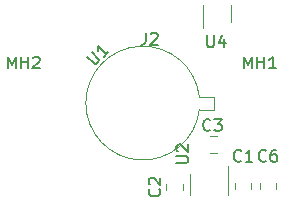
<source format=gbr>
G04 #@! TF.GenerationSoftware,KiCad,Pcbnew,(5.0.0)*
G04 #@! TF.CreationDate,2018-09-26T10:31:33+02:00*
G04 #@! TF.ProjectId,OpenThermalCamera,4F70656E546865726D616C43616D6572,rev?*
G04 #@! TF.SameCoordinates,Original*
G04 #@! TF.FileFunction,Legend,Top*
G04 #@! TF.FilePolarity,Positive*
%FSLAX46Y46*%
G04 Gerber Fmt 4.6, Leading zero omitted, Abs format (unit mm)*
G04 Created by KiCad (PCBNEW (5.0.0)) date 09/26/18 10:31:33*
%MOMM*%
%LPD*%
G01*
G04 APERTURE LIST*
%ADD10C,0.120000*%
%ADD11C,0.150000*%
G04 APERTURE END LIST*
D10*
G04 #@! TO.C,C6*
X51410000Y-43961252D02*
X51410000Y-43438748D01*
X49990000Y-43961252D02*
X49990000Y-43438748D01*
G04 #@! TO.C,C3*
X46361252Y-39490000D02*
X45838748Y-39490000D01*
X46361252Y-40910000D02*
X45838748Y-40910000D01*
G04 #@! TO.C,C2*
X43510000Y-44061252D02*
X43510000Y-43538748D01*
X42090000Y-44061252D02*
X42090000Y-43538748D01*
G04 #@! TO.C,C1*
X47890000Y-43961252D02*
X47890000Y-43438748D01*
X49310000Y-43961252D02*
X49310000Y-43438748D01*
G04 #@! TO.C,U2*
X44090000Y-42700000D02*
X44090000Y-44500000D01*
X47310000Y-44500000D02*
X47310000Y-42050000D01*
G04 #@! TO.C,U4*
X45240000Y-28400000D02*
X45240000Y-30300000D01*
X47560000Y-29800000D02*
X47560000Y-28400000D01*
G04 #@! TO.C,U1*
X44892466Y-37246052D02*
X46152466Y-37246051D01*
X46152466Y-37246051D02*
X46152466Y-36146052D01*
X46152466Y-36146052D02*
X44892466Y-36146051D01*
X44892508Y-36146415D02*
G75*
G03X44892466Y-37246052I-4788559J-549636D01*
G01*
G04 #@! TO.C,J2*
D11*
X40366666Y-30742380D02*
X40366666Y-31456666D01*
X40319047Y-31599523D01*
X40223809Y-31694761D01*
X40080952Y-31742380D01*
X39985714Y-31742380D01*
X40795238Y-30837619D02*
X40842857Y-30790000D01*
X40938095Y-30742380D01*
X41176190Y-30742380D01*
X41271428Y-30790000D01*
X41319047Y-30837619D01*
X41366666Y-30932857D01*
X41366666Y-31028095D01*
X41319047Y-31170952D01*
X40747619Y-31742380D01*
X41366666Y-31742380D01*
G04 #@! TO.C,MH1*
X48666666Y-33752380D02*
X48666666Y-32752380D01*
X49000000Y-33466666D01*
X49333333Y-32752380D01*
X49333333Y-33752380D01*
X49809523Y-33752380D02*
X49809523Y-32752380D01*
X49809523Y-33228571D02*
X50380952Y-33228571D01*
X50380952Y-33752380D02*
X50380952Y-32752380D01*
X51380952Y-33752380D02*
X50809523Y-33752380D01*
X51095238Y-33752380D02*
X51095238Y-32752380D01*
X51000000Y-32895238D01*
X50904761Y-32990476D01*
X50809523Y-33038095D01*
G04 #@! TO.C,MH2*
X28666666Y-33752380D02*
X28666666Y-32752380D01*
X29000000Y-33466666D01*
X29333333Y-32752380D01*
X29333333Y-33752380D01*
X29809523Y-33752380D02*
X29809523Y-32752380D01*
X29809523Y-33228571D02*
X30380952Y-33228571D01*
X30380952Y-33752380D02*
X30380952Y-32752380D01*
X30809523Y-32847619D02*
X30857142Y-32800000D01*
X30952380Y-32752380D01*
X31190476Y-32752380D01*
X31285714Y-32800000D01*
X31333333Y-32847619D01*
X31380952Y-32942857D01*
X31380952Y-33038095D01*
X31333333Y-33180952D01*
X30761904Y-33752380D01*
X31380952Y-33752380D01*
G04 #@! TO.C,C6*
X50533333Y-41557142D02*
X50485714Y-41604761D01*
X50342857Y-41652380D01*
X50247619Y-41652380D01*
X50104761Y-41604761D01*
X50009523Y-41509523D01*
X49961904Y-41414285D01*
X49914285Y-41223809D01*
X49914285Y-41080952D01*
X49961904Y-40890476D01*
X50009523Y-40795238D01*
X50104761Y-40700000D01*
X50247619Y-40652380D01*
X50342857Y-40652380D01*
X50485714Y-40700000D01*
X50533333Y-40747619D01*
X51390476Y-40652380D02*
X51200000Y-40652380D01*
X51104761Y-40700000D01*
X51057142Y-40747619D01*
X50961904Y-40890476D01*
X50914285Y-41080952D01*
X50914285Y-41461904D01*
X50961904Y-41557142D01*
X51009523Y-41604761D01*
X51104761Y-41652380D01*
X51295238Y-41652380D01*
X51390476Y-41604761D01*
X51438095Y-41557142D01*
X51485714Y-41461904D01*
X51485714Y-41223809D01*
X51438095Y-41128571D01*
X51390476Y-41080952D01*
X51295238Y-41033333D01*
X51104761Y-41033333D01*
X51009523Y-41080952D01*
X50961904Y-41128571D01*
X50914285Y-41223809D01*
G04 #@! TO.C,C3*
X45833333Y-38957142D02*
X45785714Y-39004761D01*
X45642857Y-39052380D01*
X45547619Y-39052380D01*
X45404761Y-39004761D01*
X45309523Y-38909523D01*
X45261904Y-38814285D01*
X45214285Y-38623809D01*
X45214285Y-38480952D01*
X45261904Y-38290476D01*
X45309523Y-38195238D01*
X45404761Y-38100000D01*
X45547619Y-38052380D01*
X45642857Y-38052380D01*
X45785714Y-38100000D01*
X45833333Y-38147619D01*
X46166666Y-38052380D02*
X46785714Y-38052380D01*
X46452380Y-38433333D01*
X46595238Y-38433333D01*
X46690476Y-38480952D01*
X46738095Y-38528571D01*
X46785714Y-38623809D01*
X46785714Y-38861904D01*
X46738095Y-38957142D01*
X46690476Y-39004761D01*
X46595238Y-39052380D01*
X46309523Y-39052380D01*
X46214285Y-39004761D01*
X46166666Y-38957142D01*
G04 #@! TO.C,C2*
X41507142Y-43966666D02*
X41554761Y-44014285D01*
X41602380Y-44157142D01*
X41602380Y-44252380D01*
X41554761Y-44395238D01*
X41459523Y-44490476D01*
X41364285Y-44538095D01*
X41173809Y-44585714D01*
X41030952Y-44585714D01*
X40840476Y-44538095D01*
X40745238Y-44490476D01*
X40650000Y-44395238D01*
X40602380Y-44252380D01*
X40602380Y-44157142D01*
X40650000Y-44014285D01*
X40697619Y-43966666D01*
X40697619Y-43585714D02*
X40650000Y-43538095D01*
X40602380Y-43442857D01*
X40602380Y-43204761D01*
X40650000Y-43109523D01*
X40697619Y-43061904D01*
X40792857Y-43014285D01*
X40888095Y-43014285D01*
X41030952Y-43061904D01*
X41602380Y-43633333D01*
X41602380Y-43014285D01*
G04 #@! TO.C,C1*
X48433333Y-41557142D02*
X48385714Y-41604761D01*
X48242857Y-41652380D01*
X48147619Y-41652380D01*
X48004761Y-41604761D01*
X47909523Y-41509523D01*
X47861904Y-41414285D01*
X47814285Y-41223809D01*
X47814285Y-41080952D01*
X47861904Y-40890476D01*
X47909523Y-40795238D01*
X48004761Y-40700000D01*
X48147619Y-40652380D01*
X48242857Y-40652380D01*
X48385714Y-40700000D01*
X48433333Y-40747619D01*
X49385714Y-41652380D02*
X48814285Y-41652380D01*
X49100000Y-41652380D02*
X49100000Y-40652380D01*
X49004761Y-40795238D01*
X48909523Y-40890476D01*
X48814285Y-40938095D01*
G04 #@! TO.C,U2*
X42952380Y-41761904D02*
X43761904Y-41761904D01*
X43857142Y-41714285D01*
X43904761Y-41666666D01*
X43952380Y-41571428D01*
X43952380Y-41380952D01*
X43904761Y-41285714D01*
X43857142Y-41238095D01*
X43761904Y-41190476D01*
X42952380Y-41190476D01*
X43047619Y-40761904D02*
X43000000Y-40714285D01*
X42952380Y-40619047D01*
X42952380Y-40380952D01*
X43000000Y-40285714D01*
X43047619Y-40238095D01*
X43142857Y-40190476D01*
X43238095Y-40190476D01*
X43380952Y-40238095D01*
X43952380Y-40809523D01*
X43952380Y-40190476D01*
G04 #@! TO.C,U4*
X45538095Y-30952380D02*
X45538095Y-31761904D01*
X45585714Y-31857142D01*
X45633333Y-31904761D01*
X45728571Y-31952380D01*
X45919047Y-31952380D01*
X46014285Y-31904761D01*
X46061904Y-31857142D01*
X46109523Y-31761904D01*
X46109523Y-30952380D01*
X47014285Y-31285714D02*
X47014285Y-31952380D01*
X46776190Y-30904761D02*
X46538095Y-31619047D01*
X47157142Y-31619047D01*
G04 #@! TO.C,U1*
X35374026Y-32751521D02*
X35946446Y-33323941D01*
X36047461Y-33357613D01*
X36114805Y-33357613D01*
X36215820Y-33323941D01*
X36350507Y-33189254D01*
X36384179Y-33088239D01*
X36384179Y-33020895D01*
X36350507Y-32919880D01*
X35778087Y-32347460D01*
X37192301Y-32347460D02*
X36788240Y-32751521D01*
X36990270Y-32549491D02*
X36283164Y-31842384D01*
X36316835Y-32010743D01*
X36316835Y-32145430D01*
X36283164Y-32246445D01*
G04 #@! TD*
M02*

</source>
